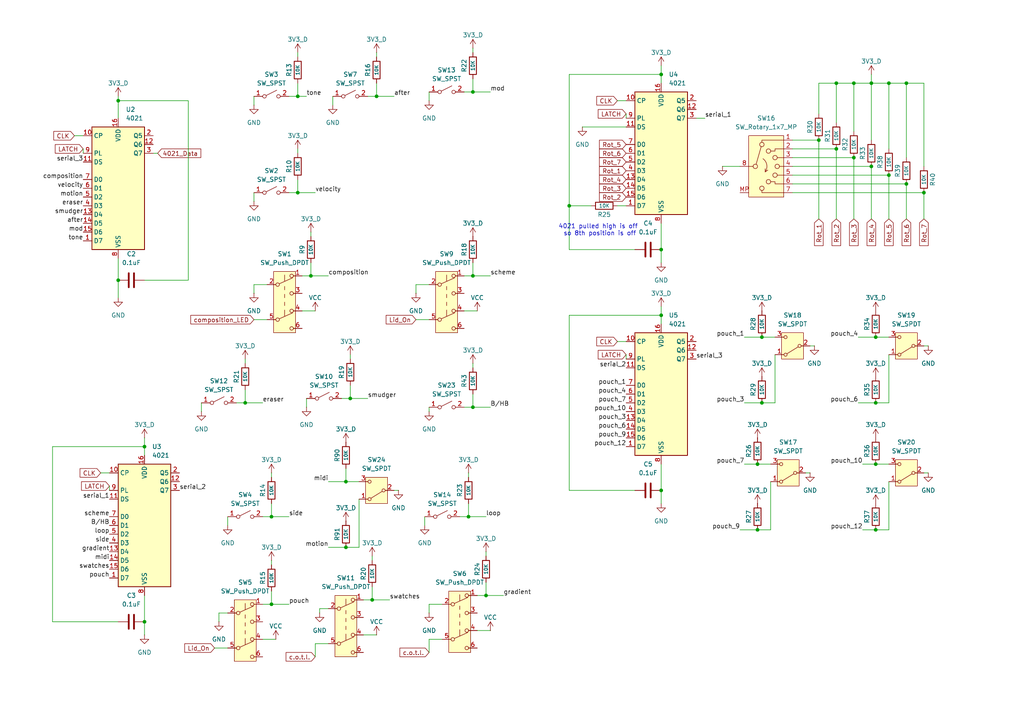
<source format=kicad_sch>
(kicad_sch (version 20231120) (generator "eeschema") (generator_version "8.0")
  (paper "A4")
  (lib_symbols
    (symbol "4xxx:4021"
      (property "Reference" "U" (at -5.08 19.05 0))
      (property "Value" "4021" (at 3.81 19.05 0))
      (symbol "4021_1_1"
        (pin input line (at -10.16 -15.24 0) (length 2.54) (name "D7") (number "1"))
        (pin input line (at -10.16 15.24 0) (length 2.54) (name "CP") (number "10"))
        (pin input line (at -10.16 7.62 0) (length 2.54) (name "DS") (number "11"))
        (pin output line (at 10.16 12.7 180) (length 2.54) (name "Q6") (number "12"))
        (pin input line (at -10.16 -7.62 0) (length 2.54) (name "D4") (number "13"))
        (pin input line (at -10.16 -10.16 0) (length 2.54) (name "D5") (number "14"))
        (pin input line (at -10.16 -12.7 0) (length 2.54) (name "D6") (number "15"))
        (pin power_in line (at 0 20.32 270) (length 2.54) (name "VDD") (number "16"))
        (pin output line (at 10.16 15.24 180) (length 2.54) (name "Q5") (number "2"))
        (pin output line (at 10.16 10.16 180) (length 2.54) (name "Q7") (number "3"))
        (pin input line (at -10.16 -5.08 0) (length 2.54) (name "D3") (number "4"))
        (pin input line (at -10.16 -2.54 0) (length 2.54) (name "D2") (number "5"))
        (pin input line (at -10.16 0 0) (length 2.54) (name "D1") (number "6"))
        (pin input line (at -10.16 2.54 0) (length 2.54) (name "D0") (number "7"))
        (pin power_in line (at 0 -20.32 90) (length 2.54) (name "VSS") (number "8"))
        (pin input line (at -10.16 10.16 0) (length 2.54) (name "PL") (number "9"))
      )
    )
    (symbol "Device:C" (pin_numbers hide) (pin_names (offset 0.254))
      (property "Reference" "C" (at 0.635 2.54 0))
      (property "Value" "C" (at 0.635 -2.54 0))
      (symbol "C_1_1"
        (pin passive line (at 0 3.81 270) (length 2.794) (name "~") (number "1"))
        (pin passive line (at 0 -3.81 90) (length 2.794) (name "~") (number "2"))
      )
    )
    (symbol "Device:R" (pin_numbers hide) (pin_names (offset 0))
      (property "Reference" "R" (at 2.032 0 90))
      (property "Value" "R" (at 0 0 90))
      (symbol "R_1_1"
        (pin passive line (at 0 3.81 270) (length 1.27) (name "~") (number "1"))
        (pin passive line (at 0 -3.81 90) (length 1.27) (name "~") (number "2"))
      )
    )
    (symbol "Switch:SW_Push_DPDT" (pin_names (offset 0) hide)
      (property "Reference" "SW" (at 0 10.16 0))
      (property "Value" "SW_Push_DPDT" (at 0 -10.16 0))
      (symbol "SW_Push_DPDT_1_1"
        (pin passive line (at 5.08 7.62 180) (length 2.54) (name "A") (number "1"))
        (pin passive line (at -5.08 5.08 0) (length 2.54) (name "B") (number "2"))
        (pin passive line (at 5.08 2.54 180) (length 2.54) (name "C") (number "3"))
        (pin passive line (at 5.08 -2.54 180) (length 2.54) (name "A") (number "4"))
        (pin passive line (at -5.08 -5.08 0) (length 2.54) (name "B") (number "5"))
        (pin passive line (at 5.08 -7.62 180) (length 2.54) (name "C") (number "6"))
      )
    )
    (symbol "Switch:SW_Rotary_1x7_MP" (pin_names (offset 0.002) hide)
      (property "Reference" "SW" (at 0 10.16 0))
      (property "Value" "SW_Rotary_1x7_MP" (at 8.89 -10.16 0))
      (symbol "SW_Rotary_1x7_MP_1_1"
        (pin passive line (at 7.62 7.62 180) (length 2.54) (name "") (number "1"))
        (pin passive line (at 7.62 5.08 180) (length 2.54) (name "") (number "2"))
        (pin passive line (at 7.62 2.54 180) (length 2.54) (name "") (number "3"))
        (pin passive line (at 7.62 0 180) (length 2.54) (name "") (number "4"))
        (pin passive line (at 7.62 -2.54 180) (length 2.54) (name "") (number "5"))
        (pin passive line (at 7.62 -5.08 180) (length 2.54) (name "") (number "6"))
        (pin passive line (at 7.62 -7.62 180) (length 2.54) (name "") (number "7"))
        (pin passive line (at -7.62 0 0) (length 2.54) (name "") (number "8"))
        (pin passive line (at -7.62 -7.62 0) (length 2.54) (name "") (number "MP"))
      )
    )
    (symbol "Switch:SW_SPDT" (pin_names (offset 0) hide)
      (property "Reference" "SW" (at 0 5.08 0))
      (property "Value" "SW_SPDT" (at 0 -5.08 0))
      (symbol "SW_SPDT_1_1"
        (pin passive line (at 5.08 2.54 180) (length 2.54) (name "A") (number "1"))
        (pin passive line (at -5.08 0 0) (length 2.54) (name "B") (number "2"))
        (pin passive line (at 5.08 -2.54 180) (length 2.54) (name "C") (number "3"))
      )
    )
    (symbol "Switch:SW_SPST" (pin_names (offset 0) hide)
      (property "Reference" "SW" (at 0 3.175 0))
      (property "Value" "SW_SPST" (at 0 -2.54 0))
      (symbol "SW_SPST_1_1"
        (pin passive line (at -5.08 0 0) (length 2.54) (name "A") (number "1"))
        (pin passive line (at 5.08 0 180) (length 2.54) (name "B") (number "2"))
      )
    )
    (symbol "daisy_seed:3V3_D" (power) (pin_numbers hide) (pin_names (offset 0) hide)
      (property "Value" "3V3_D" (at 0 5.08 0))
      (symbol "3V3_D_0_0"
        (pin power_in line (at 0 0 90) (length 0) (name "~") (number "1"))
      )
    )
    (symbol "power:GND" (power) (pin_numbers hide) (pin_names (offset 0) hide)
      (property "Value" "GND" (at 0 -3.81 0))
      (symbol "GND_1_1"
        (pin power_in line (at 0 0 270) (length 0) (name "~") (number "1"))
      )
    )
  )
  (junction (at 137.16 118.11))
  (junction (at 191.77 91.44))
  (junction (at 86.36 55.88))
  (junction (at 41.91 180.34))
  (junction (at 137.16 26.67))
  (junction (at 41.91 129.54))
  (junction (at 254 116.84))
  (junction (at 247.65 24.13))
  (junction (at 34.29 81.28))
  (junction (at 242.57 24.13))
  (junction (at 237.49 40.64))
  (junction (at 262.89 24.13))
  (junction (at 191.77 21.59))
  (junction (at 34.29 29.21))
  (junction (at 219.71 134.62))
  (junction (at 254 134.62))
  (junction (at 257.81 50.8))
  (junction (at 100.33 158.75))
  (junction (at 101.6 115.57))
  (junction (at 220.98 116.84))
  (junction (at 78.74 149.86))
  (junction (at 252.73 48.26))
  (junction (at 100.33 139.7))
  (junction (at 254 153.67))
  (junction (at 242.57 43.18))
  (junction (at 109.22 27.94))
  (junction (at 78.74 175.26))
  (junction (at 191.77 142.24))
  (junction (at 257.81 24.13))
  (junction (at 165.1 59.69))
  (junction (at 262.89 53.34))
  (junction (at 252.73 24.13))
  (junction (at 86.36 27.94))
  (junction (at 191.77 72.39))
  (junction (at 220.98 97.79))
  (junction (at 71.12 116.84))
  (junction (at 267.97 55.88))
  (junction (at 107.95 173.99))
  (junction (at 135.89 149.86))
  (junction (at 219.71 153.67))
  (junction (at 90.17 80.01))
  (junction (at 140.97 172.72))
  (junction (at 247.65 45.72))
  (junction (at 137.16 80.01))
  (junction (at 254 97.79))
  (wire (pts (xy 257.81 102.87) (xy 257.81 116.84)))
  (wire (pts (xy 257.81 153.67) (xy 254 153.67)))
  (wire (pts (xy 91.44 186.69) (xy 95.25 186.69)))
  (wire (pts (xy 215.9 134.62) (xy 219.71 134.62)))
  (wire (pts (xy 86.36 24.13) (xy 86.36 27.94)))
  (wire (pts (xy 120.65 82.55) (xy 120.65 85.09)))
  (wire (pts (xy 123.19 149.86) (xy 123.19 152.4)))
  (wire (pts (xy 104.14 144.78) (xy 104.14 158.75)))
  (wire (pts (xy 165.1 59.69) (xy 165.1 72.39)))
  (wire (pts (xy 31.75 140.97) (xy 31.75 142.24)))
  (wire (pts (xy 204.47 34.29) (xy 201.93 34.29)))
  (wire (pts (xy 137.16 15.24) (xy 137.16 13.97)))
  (wire (pts (xy 73.66 82.55) (xy 73.66 85.09)))
  (wire (pts (xy 236.22 100.33) (xy 234.95 100.33)))
  (wire (pts (xy 137.16 76.2) (xy 137.16 80.01)))
  (wire (pts (xy 134.62 26.67) (xy 137.16 26.67)))
  (wire (pts (xy 41.91 81.28) (xy 54.61 81.28)))
  (wire (pts (xy 137.16 106.68) (xy 137.16 105.41)))
  (wire (pts (xy 87.63 80.01) (xy 90.17 80.01)))
  (wire (pts (xy 237.49 24.13) (xy 242.57 24.13)))
  (wire (pts (xy 191.77 134.62) (xy 191.77 142.24)))
  (wire (pts (xy 44.45 44.45) (xy 45.72 44.45)))
  (wire (pts (xy 267.97 24.13) (xy 262.89 24.13)))
  (wire (pts (xy 29.21 137.16) (xy 31.75 137.16)))
  (wire (pts (xy 73.66 27.94) (xy 73.66 30.48)))
  (wire (pts (xy 165.1 91.44) (xy 165.1 142.24)))
  (wire (pts (xy 109.22 27.94) (xy 114.3 27.94)))
  (wire (pts (xy 109.22 16.51) (xy 109.22 15.24)))
  (wire (pts (xy 86.36 52.07) (xy 86.36 55.88)))
  (wire (pts (xy 107.95 170.18) (xy 107.95 173.99)))
  (wire (pts (xy 252.73 40.64) (xy 252.73 24.13)))
  (wire (pts (xy 58.42 116.84) (xy 58.42 119.38)))
  (wire (pts (xy 165.1 21.59) (xy 191.77 21.59)))
  (wire (pts (xy 140.97 168.91) (xy 140.97 172.72)))
  (wire (pts (xy 229.87 45.72) (xy 247.65 45.72)))
  (wire (pts (xy 78.74 138.43) (xy 78.74 137.16)))
  (wire (pts (xy 41.91 172.72) (xy 41.91 180.34)))
  (wire (pts (xy 109.22 184.15) (xy 105.41 184.15)))
  (wire (pts (xy 134.62 118.11) (xy 137.16 118.11)))
  (wire (pts (xy 76.2 149.86) (xy 78.74 149.86)))
  (wire (pts (xy 62.23 187.96) (xy 66.04 187.96)))
  (wire (pts (xy 107.95 173.99) (xy 113.03 173.99)))
  (wire (pts (xy 140.97 172.72) (xy 146.05 172.72)))
  (wire (pts (xy 191.77 91.44) (xy 191.77 93.98)))
  (wire (pts (xy 15.24 129.54) (xy 15.24 180.34)))
  (wire (pts (xy 191.77 19.05) (xy 191.77 21.59)))
  (wire (pts (xy 257.81 116.84) (xy 254 116.84)))
  (wire (pts (xy 179.07 29.21) (xy 181.61 29.21)))
  (wire (pts (xy 86.36 44.45) (xy 86.36 43.18)))
  (wire (pts (xy 165.1 21.59) (xy 165.1 59.69)))
  (wire (pts (xy 71.12 113.03) (xy 71.12 116.84)))
  (wire (pts (xy 257.81 43.18) (xy 257.81 24.13)))
  (wire (pts (xy 80.01 185.42) (xy 76.2 185.42)))
  (wire (pts (xy 24.13 43.18) (xy 24.13 44.45)))
  (wire (pts (xy 68.58 116.84) (xy 71.12 116.84)))
  (wire (pts (xy 135.89 149.86) (xy 140.97 149.86)))
  (wire (pts (xy 237.49 40.64) (xy 237.49 63.5)))
  (wire (pts (xy 41.91 127) (xy 41.91 129.54)))
  (wire (pts (xy 124.46 185.42) (xy 128.27 185.42)))
  (wire (pts (xy 34.29 81.28) (xy 34.29 86.36)))
  (wire (pts (xy 269.24 137.16) (xy 267.97 137.16)))
  (wire (pts (xy 86.36 27.94) (xy 88.9 27.94)))
  (wire (pts (xy 181.61 102.87) (xy 181.61 104.14)))
  (wire (pts (xy 179.07 99.06) (xy 181.61 99.06)))
  (wire (pts (xy 223.52 153.67) (xy 219.71 153.67)))
  (wire (pts (xy 191.77 64.77) (xy 191.77 72.39)))
  (wire (pts (xy 78.74 149.86) (xy 83.82 149.86)))
  (wire (pts (xy 191.77 21.59) (xy 191.77 24.13)))
  (wire (pts (xy 86.36 55.88) (xy 91.44 55.88)))
  (wire (pts (xy 138.43 172.72) (xy 140.97 172.72)))
  (wire (pts (xy 215.9 97.79) (xy 220.98 97.79)))
  (wire (pts (xy 137.16 22.86) (xy 137.16 26.67)))
  (wire (pts (xy 63.5 177.8) (xy 66.04 177.8)))
  (wire (pts (xy 252.73 48.26) (xy 252.73 63.5)))
  (wire (pts (xy 101.6 111.76) (xy 101.6 115.57)))
  (wire (pts (xy 184.15 72.39) (xy 165.1 72.39)))
  (wire (pts (xy 135.89 146.05) (xy 135.89 149.86)))
  (wire (pts (xy 95.25 158.75) (xy 100.33 158.75)))
  (wire (pts (xy 262.89 45.72) (xy 262.89 24.13)))
  (wire (pts (xy 78.74 175.26) (xy 83.82 175.26)))
  (wire (pts (xy 250.19 153.67) (xy 254 153.67)))
  (wire (pts (xy 109.22 24.13) (xy 109.22 27.94)))
  (wire (pts (xy 229.87 53.34) (xy 262.89 53.34)))
  (wire (pts (xy 91.44 190.5) (xy 91.44 186.69)))
  (wire (pts (xy 106.68 27.94) (xy 109.22 27.94)))
  (wire (pts (xy 229.87 48.26) (xy 252.73 48.26)))
  (wire (pts (xy 66.04 149.86) (xy 66.04 152.4)))
  (wire (pts (xy 229.87 40.64) (xy 237.49 40.64)))
  (wire (pts (xy 83.82 55.88) (xy 86.36 55.88)))
  (wire (pts (xy 76.2 175.26) (xy 78.74 175.26)))
  (wire (pts (xy 138.43 90.17) (xy 134.62 90.17)))
  (wire (pts (xy 220.98 97.79) (xy 224.79 97.79)))
  (wire (pts (xy 104.14 158.75) (xy 100.33 158.75)))
  (wire (pts (xy 224.79 102.87) (xy 224.79 116.84)))
  (wire (pts (xy 137.16 26.67) (xy 142.24 26.67)))
  (wire (pts (xy 229.87 55.88) (xy 267.97 55.88)))
  (wire (pts (xy 234.95 137.16) (xy 233.68 137.16)))
  (wire (pts (xy 219.71 134.62) (xy 223.52 134.62)))
  (wire (pts (xy 267.97 55.88) (xy 267.97 63.5)))
  (wire (pts (xy 214.63 153.67) (xy 219.71 153.67)))
  (wire (pts (xy 124.46 175.26) (xy 128.27 175.26)))
  (wire (pts (xy 215.9 116.84) (xy 220.98 116.84)))
  (wire (pts (xy 95.25 139.7) (xy 100.33 139.7)))
  (wire (pts (xy 78.74 163.83) (xy 78.74 162.56)))
  (wire (pts (xy 83.82 27.94) (xy 86.36 27.94)))
  (wire (pts (xy 242.57 24.13) (xy 242.57 35.56)))
  (wire (pts (xy 262.89 53.34) (xy 262.89 63.5)))
  (wire (pts (xy 242.57 24.13) (xy 247.65 24.13)))
  (wire (pts (xy 229.87 50.8) (xy 257.81 50.8)))
  (wire (pts (xy 252.73 21.59) (xy 252.73 24.13)))
  (wire (pts (xy 73.66 55.88) (xy 73.66 58.42)))
  (wire (pts (xy 99.06 115.57) (xy 101.6 115.57)))
  (wire (pts (xy 137.16 80.01) (xy 142.24 80.01)))
  (wire (pts (xy 254 134.62) (xy 257.81 134.62)))
  (wire (pts (xy 63.5 177.8) (xy 63.5 180.34)))
  (wire (pts (xy 41.91 180.34) (xy 41.91 184.15)))
  (wire (pts (xy 86.36 16.51) (xy 86.36 15.24)))
  (wire (pts (xy 191.77 72.39) (xy 191.77 76.2)))
  (wire (pts (xy 252.73 24.13) (xy 257.81 24.13)))
  (wire (pts (xy 250.19 134.62) (xy 254 134.62)))
  (wire (pts (xy 120.65 82.55) (xy 124.46 82.55)))
  (wire (pts (xy 100.33 139.7) (xy 104.14 139.7)))
  (wire (pts (xy 267.97 48.26) (xy 267.97 24.13)))
  (wire (pts (xy 165.1 91.44) (xy 191.77 91.44)))
  (wire (pts (xy 135.89 138.43) (xy 135.89 137.16)))
  (wire (pts (xy 34.29 74.93) (xy 34.29 81.28)))
  (wire (pts (xy 115.57 142.24) (xy 114.3 142.24)))
  (wire (pts (xy 137.16 118.11) (xy 142.24 118.11)))
  (wire (pts (xy 237.49 33.02) (xy 237.49 24.13)))
  (wire (pts (xy 101.6 115.57) (xy 106.68 115.57)))
  (wire (pts (xy 124.46 119.38) (xy 124.46 118.11)))
  (wire (pts (xy 120.65 92.71) (xy 124.46 92.71)))
  (wire (pts (xy 124.46 175.26) (xy 124.46 177.8)))
  (wire (pts (xy 73.66 92.71) (xy 77.47 92.71)))
  (wire (pts (xy 191.77 88.9) (xy 191.77 91.44)))
  (wire (pts (xy 140.97 161.29) (xy 140.97 160.02)))
  (wire (pts (xy 78.74 171.45) (xy 78.74 175.26)))
  (wire (pts (xy 71.12 105.41) (xy 71.12 104.14)))
  (wire (pts (xy 181.61 33.02) (xy 181.61 34.29)))
  (wire (pts (xy 15.24 129.54) (xy 41.91 129.54)))
  (wire (pts (xy 257.81 24.13) (xy 262.89 24.13)))
  (wire (pts (xy 54.61 29.21) (xy 34.29 29.21)))
  (wire (pts (xy 224.79 116.84) (xy 220.98 116.84)))
  (wire (pts (xy 223.52 139.7) (xy 223.52 153.67)))
  (wire (pts (xy 100.33 135.89) (xy 100.33 139.7)))
  (wire (pts (xy 184.15 142.24) (xy 165.1 142.24)))
  (wire (pts (xy 242.57 43.18) (xy 242.57 63.5)))
  (wire (pts (xy 92.71 177.8) (xy 92.71 176.53)))
  (wire (pts (xy 209.55 48.26) (xy 214.63 48.26)))
  (wire (pts (xy 90.17 76.2) (xy 90.17 80.01)))
  (wire (pts (xy 137.16 114.3) (xy 137.16 118.11)))
  (wire (pts (xy 134.62 80.01) (xy 137.16 80.01)))
  (wire (pts (xy 247.65 24.13) (xy 252.73 24.13)))
  (wire (pts (xy 71.12 116.84) (xy 76.2 116.84)))
  (wire (pts (xy 254 97.79) (xy 257.81 97.79)))
  (wire (pts (xy 229.87 43.18) (xy 242.57 43.18)))
  (wire (pts (xy 21.59 39.37) (xy 24.13 39.37)))
  (wire (pts (xy 96.52 27.94) (xy 96.52 30.48)))
  (wire (pts (xy 257.81 50.8) (xy 257.81 63.5)))
  (wire (pts (xy 34.29 29.21) (xy 34.29 34.29)))
  (wire (pts (xy 105.41 173.99) (xy 107.95 173.99)))
  (wire (pts (xy 107.95 162.56) (xy 107.95 161.29)))
  (wire (pts (xy 124.46 189.23) (xy 124.46 185.42)))
  (wire (pts (xy 133.35 149.86) (xy 135.89 149.86)))
  (wire (pts (xy 54.61 81.28) (xy 54.61 29.21)))
  (wire (pts (xy 247.65 45.72) (xy 247.65 63.5)))
  (wire (pts (xy 91.44 90.17) (xy 87.63 90.17)))
  (wire (pts (xy 92.71 176.53) (xy 95.25 176.53)))
  (wire (pts (xy 124.46 26.67) (xy 124.46 29.21)))
  (wire (pts (xy 257.81 139.7) (xy 257.81 153.67)))
  (wire (pts (xy 78.74 146.05) (xy 78.74 149.86)))
  (wire (pts (xy 179.07 59.69) (xy 181.61 59.69)))
  (wire (pts (xy 88.9 115.57) (xy 88.9 118.11)))
  (wire (pts (xy 34.29 27.94) (xy 34.29 29.21)))
  (wire (pts (xy 142.24 182.88) (xy 138.43 182.88)))
  (wire (pts (xy 248.92 116.84) (xy 254 116.84)))
  (wire (pts (xy 73.66 82.55) (xy 77.47 82.55)))
  (wire (pts (xy 247.65 38.1) (xy 247.65 24.13)))
  (wire (pts (xy 101.6 104.14) (xy 101.6 102.87)))
  (wire (pts (xy 34.29 180.34) (xy 15.24 180.34)))
  (wire (pts (xy 191.77 142.24) (xy 191.77 146.05)))
  (wire (pts (xy 41.91 129.54) (xy 41.91 132.08)))
  (wire (pts (xy 165.1 59.69) (xy 171.45 59.69)))
  (wire (pts (xy 90.17 68.58) (xy 90.17 67.31)))
  (wire (pts (xy 168.91 36.83) (xy 181.61 36.83)))
  (wire (pts (xy 248.92 97.79) (xy 254 97.79)))
  (wire (pts (xy 90.17 80.01) (xy 95.25 80.01)))
  (wire (pts (xy 269.24 100.33) (xy 267.97 100.33)))
  (text "4021 pulled high is off \nso 8th position is off" (at 173.99 66.802 0) (effects (font (size 1.27 1.27))))
  (label "motion" (at 95.25 158.75 180))
  (label "loop" (at 31.75 154.94 180))
  (label "eraser" (at 76.2 116.84 0))
  (label "pouch" (at 31.75 167.64 180))
  (label "velocity" (at 91.44 55.88 0))
  (label "scheme" (at 142.24 80.01 0))
  (label "gradient" (at 31.75 160.02 180))
  (label "pouch_1" (at 181.61 111.76 180))
  (label "B{slash}HB" (at 31.75 152.4 180))
  (label "serial_2" (at 181.61 106.68 180))
  (label "pouch_12" (at 250.19 153.67 180))
  (label "midi" (at 31.75 162.56 180))
  (label "serial_2" (at 52.07 142.24 0))
  (label "pouch_1" (at 215.9 97.79 180))
  (label "pouch_9" (at 214.63 153.67 180))
  (label "gradient" (at 146.05 172.72 0))
  (label "after" (at 114.3 27.94 0))
  (label "composition" (at 95.25 80.01 0))
  (label "pouch_12" (at 181.61 129.54 180))
  (label "pouch_9" (at 181.61 127 180))
  (label "after" (at 24.13 64.77 180))
  (label "swatches" (at 31.75 165.1 180))
  (label "pouch_7" (at 181.61 116.84 180))
  (label "pouch_3" (at 181.61 121.92 180))
  (label "pouch" (at 83.82 175.26 0))
  (label "pouch_6" (at 181.61 124.46 180))
  (label "eraser" (at 24.13 59.69 180))
  (label "B{slash}HB" (at 142.24 118.11 0))
  (label "side" (at 83.82 149.86 0))
  (label "swatches" (at 113.03 173.99 0))
  (label "mod" (at 24.13 67.31 180))
  (label "composition" (at 24.13 52.07 180))
  (label "pouch_6" (at 248.92 116.84 180))
  (label "smudger" (at 106.68 115.57 0))
  (label "motion" (at 24.13 57.15 180))
  (label "pouch_10" (at 250.19 134.62 180))
  (label "pouch_7" (at 215.9 134.62 180))
  (label "pouch_4" (at 181.61 114.3 180))
  (label "smudger" (at 24.13 62.23 180))
  (label "serial_3" (at 201.93 104.14 0))
  (label "midi" (at 95.25 139.7 180))
  (label "velocity" (at 24.13 54.61 180))
  (label "serial_3" (at 24.13 46.99 180))
  (label "tone" (at 24.13 69.85 180))
  (label "mod" (at 142.24 26.67 0))
  (label "serial_1" (at 204.47 34.29 0))
  (label "side" (at 31.75 157.48 180))
  (label "pouch_3" (at 215.9 116.84 180))
  (label "pouch_4" (at 248.92 97.79 180))
  (label "tone" (at 88.9 27.94 0))
  (label "loop" (at 140.97 149.86 0))
  (label "scheme" (at 31.75 149.86 180))
  (label "pouch_10" (at 181.61 119.38 180))
  (label "serial_1" (at 31.75 144.78 180))
  (global_label "Rot_7" (shape input) (at 181.61 46.99 180) (property "Intersheetrefs" "${INTERSHEET_REFS}" (effects (hide yes))))
  (global_label "Rot_1" (shape input) (at 181.61 49.53 180) (property "Intersheetrefs" "${INTERSHEET_REFS}" (effects (hide yes))))
  (global_label "Rot_2" (shape input) (at 181.61 57.15 180) (property "Intersheetrefs" "${INTERSHEET_REFS}" (effects (hide yes))))
  (global_label "LATCH" (shape input) (at 181.61 102.87 180) (property "Intersheetrefs" "${INTERSHEET_REFS}" (effects (hide yes))))
  (global_label "LATCH" (shape input) (at 24.13 43.18 180) (property "Intersheetrefs" "${INTERSHEET_REFS}" (effects (hide yes))))
  (global_label "Rot_4" (shape input) (at 252.73 63.5 270) (property "Intersheetrefs" "${INTERSHEET_REFS}" (effects (hide yes))))
  (global_label "CLK" (shape input) (at 21.59 39.37 180) (property "Intersheetrefs" "${INTERSHEET_REFS}" (effects (hide yes))))
  (global_label "Rot_2" (shape input) (at 242.57 63.5 270) (property "Intersheetrefs" "${INTERSHEET_REFS}" (effects (hide yes))))
  (global_label "4021_Data" (shape input) (at 45.72 44.45 0) (property "Intersheetrefs" "${INTERSHEET_REFS}" (effects (hide yes))))
  (global_label "Rot_3" (shape input) (at 247.65 63.5 270) (property "Intersheetrefs" "${INTERSHEET_REFS}" (effects (hide yes))))
  (global_label "c.o.t.l." (shape input) (at 91.44 190.5 180) (property "Intersheetrefs" "${INTERSHEET_REFS}" (effects (hide yes))))
  (global_label "LATCH" (shape input) (at 181.61 33.02 180) (property "Intersheetrefs" "${INTERSHEET_REFS}" (effects (hide yes))))
  (global_label "Lid_On" (shape input) (at 62.23 187.96 180) (property "Intersheetrefs" "${INTERSHEET_REFS}" (effects (hide yes))))
  (global_label "Rot_5" (shape input) (at 257.81 63.5 270) (property "Intersheetrefs" "${INTERSHEET_REFS}" (effects (hide yes))))
  (global_label "Rot_7" (shape input) (at 267.97 63.5 270) (property "Intersheetrefs" "${INTERSHEET_REFS}" (effects (hide yes))))
  (global_label "Rot_6" (shape input) (at 181.61 44.45 180) (property "Intersheetrefs" "${INTERSHEET_REFS}" (effects (hide yes))))
  (global_label "Rot_6" (shape input) (at 262.89 63.5 270) (property "Intersheetrefs" "${INTERSHEET_REFS}" (effects (hide yes))))
  (global_label "CLK" (shape input) (at 179.07 99.06 180) (property "Intersheetrefs" "${INTERSHEET_REFS}" (effects (hide yes))))
  (global_label "Lid_On" (shape input) (at 120.65 92.71 180) (property "Intersheetrefs" "${INTERSHEET_REFS}" (effects (hide yes))))
  (global_label "Rot_3" (shape input) (at 181.61 54.61 180) (property "Intersheetrefs" "${INTERSHEET_REFS}" (effects (hide yes))))
  (global_label "composition_LED" (shape input) (at 73.66 92.71 180) (property "Intersheetrefs" "${INTERSHEET_REFS}" (effects (hide yes))))
  (global_label "CLK" (shape input) (at 179.07 29.21 180) (property "Intersheetrefs" "${INTERSHEET_REFS}" (effects (hide yes))))
  (global_label "Rot_1" (shape input) (at 237.49 63.5 270) (property "Intersheetrefs" "${INTERSHEET_REFS}" (effects (hide yes))))
  (global_label "c.o.t.l." (shape input) (at 124.46 189.23 180) (property "Intersheetrefs" "${INTERSHEET_REFS}" (effects (hide yes))))
  (global_label "Rot_5" (shape input) (at 181.61 41.91 180) (property "Intersheetrefs" "${INTERSHEET_REFS}" (effects (hide yes))))
  (global_label "LATCH" (shape input) (at 31.75 140.97 180) (property "Intersheetrefs" "${INTERSHEET_REFS}" (effects (hide yes))))
  (global_label "Rot_4" (shape input) (at 181.61 52.07 180) (property "Intersheetrefs" "${INTERSHEET_REFS}" (effects (hide yes))))
  (global_label "CLK" (shape input) (at 29.21 137.16 180) (property "Intersheetrefs" "${INTERSHEET_REFS}" (effects (hide yes))))
  (symbol (lib_id "daisy_seed:3V3_D") (at 86.36 15.24 0) (unit 1)
    (property "Reference" "#PWR022" (effects (hide yes)))
    (property "Value" "3V3_D" (at 86.36 11.43 0))
    (property "Description" "Power symbol creates a global label with name \"3V3_D\"" (effects (hide yes)))
  )
  (symbol (lib_id "Device:R") (at 78.74 142.24 180) (unit 1)
    (property "Reference" "R14" (at 76.2 142.24 90))
    (property "Value" "10K" (at 78.74 142.24 90) (effects (font (size 1.016 1.016))))
    (property "Footprint" "Resistor_SMD:R_0603_1608Metric" (effects (hide yes)))
    (property "Description" "Resistor" (effects (hide yes)))
  )
  (symbol (lib_id "daisy_seed:3V3_D") (at 220.98 109.22 0) (unit 1)
    (property "Reference" "#PWR058" (effects (hide yes)))
    (property "Value" "3V3_D" (at 220.98 105.41 0))
    (property "Description" "Power symbol creates a global label with name \"3V3_D\"" (effects (hide yes)))
  )
  (symbol (lib_id "power:GND") (at 73.66 58.42 0) (unit 1)
    (property "Reference" "#PWR018" (effects (hide yes)))
    (property "Value" "GND" (at 73.66 63.5 0))
    (property "Description" "Power symbol creates a global label with name \"GND\" , ground" (effects (hide yes)))
  )
  (symbol (lib_id "Device:R") (at 137.16 72.39 180) (unit 1)
    (property "Reference" "R18" (at 134.62 72.39 90))
    (property "Value" "10K" (at 137.16 72.39 90) (effects (font (size 1.016 1.016))))
    (property "Footprint" "Resistor_SMD:R_0603_1608Metric" (effects (hide yes)))
    (property "Description" "Resistor" (effects (hide yes)))
  )
  (symbol (lib_id "daisy_seed:3V3_D") (at 109.22 184.15 0) (unit 1)
    (property "Reference" "#PWR0128" (effects (hide yes)))
    (property "Value" "VCC" (at 109.22 180.34 0))
  )
  (symbol (lib_id "Device:R") (at 107.95 166.37 180) (unit 1)
    (property "Reference" "R20" (at 105.41 166.37 90))
    (property "Value" "10K" (at 107.95 166.37 90) (effects (font (size 1.016 1.016))))
    (property "Footprint" "Resistor_SMD:R_0603_1608Metric" (effects (hide yes)))
    (property "Description" "Resistor" (effects (hide yes)))
  )
  (symbol (lib_id "Device:R") (at 257.81 46.99 180) (unit 1)
    (property "Reference" "R38" (at 255.27 46.99 90))
    (property "Value" "10K" (at 257.81 46.99 90) (effects (font (size 1.016 1.016))))
    (property "Footprint" "Resistor_SMD:R_0603_1608Metric" (effects (hide yes)))
    (property "Description" "Resistor" (effects (hide yes)))
  )
  (symbol (lib_id "Switch:SW_SPDT") (at 229.87 100.33 180) (unit 1)
    (property "Reference" "SW18" (at 229.87 91.44 0))
    (property "Value" "SW_SPDT" (at 229.87 93.98 0))
    (property "Footprint" "soundpad_library:Toggle SPDT Prongs" (effects (hide yes)))
    (property "Description" "Switch, single pole double throw" (effects (hide yes)))
  )
  (symbol (lib_id "power:GND") (at 96.52 30.48 0) (unit 1)
    (property "Reference" "#PWR029" (effects (hide yes)))
    (property "Value" "GND" (at 96.52 35.56 0))
    (property "Description" "Power symbol creates a global label with name \"GND\" , ground" (effects (hide yes)))
  )
  (symbol (lib_id "Device:C") (at 187.96 142.24 270) (unit 1)
    (property "Reference" "C5" (at 187.96 134.62 90))
    (property "Value" "0.1uF" (at 187.96 137.16 90))
    (property "Footprint" "Capacitor_SMD:C_0402_1005Metric" (effects (hide yes)))
    (property "Description" "Unpolarized capacitor" (effects (hide yes)))
    (property "LCSC" "C1525" (effects (hide yes)))
  )
  (symbol (lib_id "Device:R") (at 252.73 44.45 180) (unit 1)
    (property "Reference" "R33" (at 250.19 44.45 90))
    (property "Value" "10K" (at 252.73 44.45 90) (effects (font (size 1.016 1.016))))
    (property "Footprint" "Resistor_SMD:R_0603_1608Metric" (effects (hide yes)))
    (property "Description" "Resistor" (effects (hide yes)))
  )
  (symbol (lib_id "Device:R") (at 100.33 154.94 180) (unit 1)
    (property "Reference" "R91" (at 97.79 154.94 90))
    (property "Value" "10K" (at 100.33 154.94 90) (effects (font (size 1.016 1.016))))
    (property "Footprint" "Resistor_SMD:R_0603_1608Metric" (effects (hide yes)))
    (property "Description" "Resistor" (effects (hide yes)))
  )
  (symbol (lib_id "4xxx:4021") (at 34.29 54.61 0) (unit 1)
    (property "Reference" "U2" (at 36.4841 31.75 0) (effects (justify left)))
    (property "Value" "4021" (at 36.4841 34.29 0) (effects (justify left)))
    (property "Footprint" "Package_SO:SOIC-16W_5.3x10.2mm_P1.27mm" (effects (hide yes)))
    (property "Datasheet" "https://assets.nexperia.com/documents/data-sheet/HEF4021B.pdf" (effects (hide yes)))
    (property "Description" "8-bit static shift register" (effects (hide yes)))
    (property "LCSC" "C2865601" (effects (hide yes)))
  )
  (symbol (lib_id "Device:R") (at 237.49 36.83 180) (unit 1)
    (property "Reference" "R30" (at 234.95 36.83 90))
    (property "Value" "10K" (at 237.49 36.83 90) (effects (font (size 1.016 1.016))))
    (property "Footprint" "Resistor_SMD:R_0603_1608Metric" (effects (hide yes)))
    (property "Description" "Resistor" (effects (hide yes)))
  )
  (symbol (lib_id "4xxx:4021") (at 41.91 152.4 0) (unit 1)
    (property "Reference" "U3" (at 44.1041 129.54 0) (effects (justify left)))
    (property "Value" "4021" (at 44.1041 132.08 0) (effects (justify left)))
    (property "Footprint" "Package_SO:SOIC-16W_5.3x10.2mm_P1.27mm" (effects (hide yes)))
    (property "Datasheet" "https://assets.nexperia.com/documents/data-sheet/HEF4021B.pdf" (effects (hide yes)))
    (property "Description" "8-bit static shift register" (effects (hide yes)))
    (property "LCSC" "C2865601" (effects (hide yes)))
  )
  (symbol (lib_id "power:GND") (at 123.19 152.4 0) (unit 1)
    (property "Reference" "#PWR042" (effects (hide yes)))
    (property "Value" "GND" (at 123.19 157.48 0))
    (property "Description" "Power symbol creates a global label with name \"GND\" , ground" (effects (hide yes)))
  )
  (symbol (lib_id "Device:R") (at 220.98 93.98 180) (unit 1)
    (property "Reference" "R28" (at 218.44 93.98 90))
    (property "Value" "10K" (at 220.98 93.98 90) (effects (font (size 1.016 1.016))))
    (property "Footprint" "Resistor_SMD:R_0603_1608Metric" (effects (hide yes)))
    (property "Description" "Resistor" (effects (hide yes)))
  )
  (symbol (lib_id "Switch:SW_Push_DPDT") (at 100.33 181.61 0) (unit 1)
    (property "Reference" "SW11" (at 100.33 167.64 0))
    (property "Value" "SW_Push_DPDT" (at 100.33 170.18 0))
    (property "Footprint" "switches:Low-Profile_Push_Button" (effects (hide yes)))
    (property "Description" "Momentary Switch, dual pole double throw" (effects (hide yes)))
  )
  (symbol (lib_id "Device:R") (at 71.12 109.22 180) (unit 1)
    (property "Reference" "R21" (at 68.58 109.22 90))
    (property "Value" "10K" (at 71.12 109.22 90) (effects (font (size 1.016 1.016))))
    (property "Footprint" "Resistor_SMD:R_0603_1608Metric" (effects (hide yes)))
    (property "Description" "Resistor" (effects (hide yes)))
  )
  (symbol (lib_id "Switch:SW_SPDT") (at 262.89 137.16 180) (unit 1)
    (property "Reference" "SW20" (at 262.89 128.27 0))
    (property "Value" "SW_SPDT" (at 262.89 130.81 0))
    (property "Footprint" "soundpad_library:Toggle SPDT Prongs" (effects (hide yes)))
    (property "Description" "Switch, single pole double throw" (effects (hide yes)))
  )
  (symbol (lib_id "Switch:SW_SPDT") (at 109.22 142.24 180) (unit 1)
    (property "Reference" "SW24" (at 109.22 133.35 0))
    (property "Value" "SW_SPDT" (at 109.22 135.89 0))
    (property "Footprint" "soundpad_library:Toggle SPDT Prongs" (effects (hide yes)))
    (property "Description" "Switch, single pole double throw" (effects (hide yes)))
  )
  (symbol (lib_id "daisy_seed:3V3_D") (at 254 127 0) (unit 1)
    (property "Reference" "#PWR056" (effects (hide yes)))
    (property "Value" "3V3_D" (at 254 123.19 0))
    (property "Description" "Power symbol creates a global label with name \"3V3_D\"" (effects (hide yes)))
  )
  (symbol (lib_id "Switch:SW_Push_DPDT") (at 129.54 87.63 0) (unit 1)
    (property "Reference" "SW9" (at 129.54 73.66 0))
    (property "Value" "SW_Push_DPDT" (at 129.54 76.2 0))
    (property "Footprint" "switches:Low-Profile_Push_Button" (effects (hide yes)))
    (property "Description" "Momentary Switch, dual pole double throw" (effects (hide yes)))
  )
  (symbol (lib_id "power:GND") (at 269.24 100.33 0) (unit 1)
    (property "Reference" "#PWR066" (effects (hide yes)))
    (property "Value" "GND" (at 269.24 105.41 0))
    (property "Description" "Power symbol creates a global label with name \"GND\" , ground" (effects (hide yes)))
  )
  (symbol (lib_id "daisy_seed:3V3_D") (at 140.97 160.02 0) (unit 1)
    (property "Reference" "#PWR048" (effects (hide yes)))
    (property "Value" "3V3_D" (at 140.97 156.21 0))
    (property "Description" "Power symbol creates a global label with name \"3V3_D\"" (effects (hide yes)))
  )
  (symbol (lib_id "Device:R") (at 254 113.03 180) (unit 1)
    (property "Reference" "R35" (at 251.46 113.03 90))
    (property "Value" "10K" (at 254 113.03 90) (effects (font (size 1.016 1.016))))
    (property "Footprint" "Resistor_SMD:R_0603_1608Metric" (effects (hide yes)))
    (property "Description" "Resistor" (effects (hide yes)))
  )
  (symbol (lib_id "daisy_seed:3V3_D") (at 71.12 104.14 0) (unit 1)
    (property "Reference" "#PWR038" (effects (hide yes)))
    (property "Value" "3V3_D" (at 71.12 100.33 0))
    (property "Description" "Power symbol creates a global label with name \"3V3_D\"" (effects (hide yes)))
  )
  (symbol (lib_id "Device:R") (at 175.26 59.69 270) (unit 1)
    (property "Reference" "R25" (at 175.26 62.23 90))
    (property "Value" "10K" (at 175.26 59.69 90) (effects (font (size 1.016 1.016))))
    (property "Footprint" "Resistor_SMD:R_0603_1608Metric" (effects (hide yes)))
    (property "Description" "Resistor" (effects (hide yes)))
  )
  (symbol (lib_id "power:GND") (at 92.71 177.8 0) (unit 1)
    (property "Reference" "#PWR034" (effects (hide yes)))
    (property "Value" "GND" (at 92.71 182.88 0))
    (property "Description" "Power symbol creates a global label with name \"GND\" , ground" (effects (hide yes)))
  )
  (symbol (lib_id "Device:R") (at 135.89 142.24 180) (unit 1)
    (property "Reference" "R23" (at 133.35 142.24 90))
    (property "Value" "10K" (at 135.89 142.24 90) (effects (font (size 1.016 1.016))))
    (property "Footprint" "Resistor_SMD:R_0603_1608Metric" (effects (hide yes)))
    (property "Description" "Resistor" (effects (hide yes)))
  )
  (symbol (lib_id "Switch:SW_Rotary_1x7_MP") (at 222.25 48.26 0) (unit 1)
    (property "Reference" "SW16" (at 222.25 34.29 0))
    (property "Value" "SW_Rotary_1x7_MP" (at 222.25 36.83 0))
    (property "Footprint" "switches:RT Switch 8 Pole" (effects (hide yes)))
    (property "Description" "Rotary switch 1x7, SP7T with mount point" (effects (hide yes)))
  )
  (symbol (lib_id "daisy_seed:3V3_D") (at 91.44 90.17 0) (unit 1)
    (property "Reference" "#PWR0134" (effects (hide yes)))
    (property "Value" "VCC" (at 91.44 86.36 0))
  )
  (symbol (lib_id "Device:R") (at 140.97 165.1 180) (unit 1)
    (property "Reference" "R24" (at 138.43 165.1 90))
    (property "Value" "10K" (at 140.97 165.1 90) (effects (font (size 1.016 1.016))))
    (property "Footprint" "Resistor_SMD:R_0603_1608Metric" (effects (hide yes)))
    (property "Description" "Resistor" (effects (hide yes)))
  )
  (symbol (lib_id "daisy_seed:3V3_D") (at 137.16 68.58 0) (unit 1)
    (property "Reference" "#PWR035" (effects (hide yes)))
    (property "Value" "3V3_D" (at 137.16 64.77 0))
    (property "Description" "Power symbol creates a global label with name \"3V3_D\"" (effects (hide yes)))
  )
  (symbol (lib_id "power:GND") (at 120.65 85.09 0) (unit 1)
    (property "Reference" "#PWR031" (effects (hide yes)))
    (property "Value" "GND" (at 120.65 90.17 0))
    (property "Description" "Power symbol creates a global label with name \"GND\" , ground" (effects (hide yes)))
  )
  (symbol (lib_id "power:GND") (at 124.46 119.38 0) (unit 1)
    (property "Reference" "#PWR024" (effects (hide yes)))
    (property "Value" "GND" (at 124.46 124.46 0))
    (property "Description" "Power symbol creates a global label with name \"GND\" , ground" (effects (hide yes)))
  )
  (symbol (lib_id "daisy_seed:3V3_D") (at 191.77 88.9 0) (unit 1)
    (property "Reference" "#PWR015" (effects (hide yes)))
    (property "Value" "3V3_D" (at 191.77 85.09 0))
    (property "Description" "Power symbol creates a global label with name \"3V3_D\"" (effects (hide yes)))
  )
  (symbol (lib_id "daisy_seed:3V3_D") (at 34.29 27.94 0) (unit 1)
    (property "Reference" "#PWR036" (effects (hide yes)))
    (property "Value" "3V3_D" (at 34.29 24.13 0))
    (property "Description" "Power symbol creates a global label with name \"3V3_D\"" (effects (hide yes)))
  )
  (symbol (lib_id "power:GND") (at 88.9 118.11 0) (unit 1)
    (property "Reference" "#PWR033" (effects (hide yes)))
    (property "Value" "GND" (at 88.9 123.19 0))
    (property "Description" "Power symbol creates a global label with name \"GND\" , ground" (effects (hide yes)))
  )
  (symbol (lib_id "power:GND") (at 115.57 142.24 0) (unit 1)
    (property "Reference" "#PWR0142" (effects (hide yes)))
    (property "Value" "GND" (at 115.57 147.32 0))
    (property "Description" "Power symbol creates a global label with name \"GND\" , ground" (effects (hide yes)))
  )
  (symbol (lib_id "daisy_seed:3V3_D") (at 219.71 146.05 0) (unit 1)
    (property "Reference" "#PWR052" (effects (hide yes)))
    (property "Value" "3V3_D" (at 219.71 142.24 0))
    (property "Description" "Power symbol creates a global label with name \"3V3_D\"" (effects (hide yes)))
  )
  (symbol (lib_id "Device:R") (at 254 130.81 180) (unit 1)
    (property "Reference" "R36" (at 251.46 130.81 90))
    (property "Value" "10K" (at 254 130.81 90) (effects (font (size 1.016 1.016))))
    (property "Footprint" "Resistor_SMD:R_0603_1608Metric" (effects (hide yes)))
    (property "Description" "Resistor" (effects (hide yes)))
  )
  (symbol (lib_id "Device:C") (at 187.96 72.39 270) (unit 1)
    (property "Reference" "C4" (at 187.96 64.77 90))
    (property "Value" "0.1uF" (at 187.96 67.31 90))
    (property "Footprint" "Capacitor_SMD:C_0402_1005Metric" (effects (hide yes)))
    (property "Description" "Unpolarized capacitor" (effects (hide yes)))
    (property "LCSC" "C1525" (effects (hide yes)))
  )
  (symbol (lib_id "daisy_seed:3V3_D") (at 41.91 127 0) (unit 1)
    (property "Reference" "#PWR013" (effects (hide yes)))
    (property "Value" "3V3_D" (at 41.91 123.19 0))
    (property "Description" "Power symbol creates a global label with name \"3V3_D\"" (effects (hide yes)))
  )
  (symbol (lib_id "Device:R") (at 219.71 130.81 180) (unit 1)
    (property "Reference" "R26" (at 217.17 130.81 90))
    (property "Value" "10K" (at 219.71 130.81 90) (effects (font (size 1.016 1.016))))
    (property "Footprint" "Resistor_SMD:R_0603_1608Metric" (effects (hide yes)))
    (property "Description" "Resistor" (effects (hide yes)))
  )
  (symbol (lib_id "Switch:SW_SPDT") (at 228.6 137.16 180) (unit 1)
    (property "Reference" "SW17" (at 228.6 128.27 0))
    (property "Value" "SW_SPDT" (at 228.6 130.81 0))
    (property "Footprint" "soundpad_library:Toggle SPDT Prongs" (effects (hide yes)))
    (property "Description" "Switch, single pole double throw" (effects (hide yes)))
  )
  (symbol (lib_id "Device:C") (at 38.1 81.28 270) (unit 1)
    (property "Reference" "C2" (at 38.1 73.66 90))
    (property "Value" "0.1uF" (at 38.1 76.2 90))
    (property "Footprint" "Capacitor_SMD:C_0402_1005Metric" (effects (hide yes)))
    (property "Description" "Unpolarized capacitor" (effects (hide yes)))
    (property "LCSC" "C1525" (effects (hide yes)))
  )
  (symbol (lib_id "Device:R") (at 86.36 48.26 180) (unit 1)
    (property "Reference" "R10" (at 83.82 48.26 90))
    (property "Value" "10K" (at 86.36 48.26 90) (effects (font (size 1.016 1.016))))
    (property "Footprint" "Resistor_SMD:R_0603_1608Metric" (effects (hide yes)))
    (property "Description" "Resistor" (effects (hide yes)))
  )
  (symbol (lib_id "Switch:SW_SPST") (at 128.27 149.86 0) (unit 1)
    (property "Reference" "SW14" (at 128.27 143.51 0))
    (property "Value" "SW_SPST" (at 128.27 146.05 0))
    (property "Footprint" "switches:Low-Profile_Push_Button" (effects (hide yes)))
    (property "Description" "Single Pole Single Throw (SPST) switch" (effects (hide yes)))
  )
  (symbol (lib_id "daisy_seed:3V3_D") (at 90.17 67.31 0) (unit 1)
    (property "Reference" "#PWR028" (effects (hide yes)))
    (property "Value" "3V3_D" (at 90.17 63.5 0))
    (property "Description" "Power symbol creates a global label with name \"3V3_D\"" (effects (hide yes)))
  )
  (symbol (lib_id "Device:R") (at 109.22 20.32 180) (unit 1)
    (property "Reference" "R16" (at 106.68 20.32 90))
    (property "Value" "10K" (at 109.22 20.32 90) (effects (font (size 1.016 1.016))))
    (property "Footprint" "Resistor_SMD:R_0603_1608Metric" (effects (hide yes)))
    (property "Description" "Resistor" (effects (hide yes)))
  )
  (symbol (lib_id "Switch:SW_SPST") (at 93.98 115.57 0) (unit 1)
    (property "Reference" "SW10" (at 93.98 109.22 0))
    (property "Value" "SW_SPST" (at 93.98 111.76 0))
    (property "Footprint" "switches:Low-Profile_Push_Button" (effects (hide yes)))
    (property "Description" "Single Pole Single Throw (SPST) switch" (effects (hide yes)))
  )
  (symbol (lib_id "daisy_seed:3V3_D") (at 100.33 128.27 0) (unit 1)
    (property "Reference" "#PWR044" (effects (hide yes)))
    (property "Value" "3V3_D" (at 100.33 124.46 0))
    (property "Description" "Power symbol creates a global label with name \"3V3_D\"" (effects (hide yes)))
  )
  (symbol (lib_id "daisy_seed:3V3_D") (at 252.73 21.59 0) (unit 1)
    (property "Reference" "#PWR061" (effects (hide yes)))
    (property "Value" "3V3_D" (at 252.73 17.78 0))
    (property "Description" "Power symbol creates a global label with name \"3V3_D\"" (effects (hide yes)))
  )
  (symbol (lib_id "power:GND") (at 236.22 100.33 0) (unit 1)
    (property "Reference" "#PWR060" (effects (hide yes)))
    (property "Value" "GND" (at 236.22 105.41 0))
    (property "Description" "Power symbol creates a global label with name \"GND\" , ground" (effects (hide yes)))
  )
  (symbol (lib_id "power:GND") (at 269.24 137.16 0) (unit 1)
    (property "Reference" "#PWR067" (effects (hide yes)))
    (property "Value" "GND" (at 269.24 142.24 0))
    (property "Description" "Power symbol creates a global label with name \"GND\" , ground" (effects (hide yes)))
  )
  (symbol (lib_id "Device:R") (at 262.89 49.53 180) (unit 1)
    (property "Reference" "R39" (at 260.35 49.53 90))
    (property "Value" "10K" (at 262.89 49.53 90) (effects (font (size 1.016 1.016))))
    (property "Footprint" "Resistor_SMD:R_0603_1608Metric" (effects (hide yes)))
    (property "Description" "Resistor" (effects (hide yes)))
  )
  (symbol (lib_id "daisy_seed:3V3_D") (at 107.95 161.29 0) (unit 1)
    (property "Reference" "#PWR050" (effects (hide yes)))
    (property "Value" "3V3_D" (at 107.95 157.48 0))
    (property "Description" "Power symbol creates a global label with name \"3V3_D\"" (effects (hide yes)))
  )
  (symbol (lib_id "daisy_seed:3V3_D") (at 78.74 137.16 0) (unit 1)
    (property "Reference" "#PWR046" (effects (hide yes)))
    (property "Value" "3V3_D" (at 78.74 133.35 0))
    (property "Description" "Power symbol creates a global label with name \"3V3_D\"" (effects (hide yes)))
  )
  (symbol (lib_id "daisy_seed:3V3_D") (at 254 109.22 0) (unit 1)
    (property "Reference" "#PWR062" (effects (hide yes)))
    (property "Value" "3V3_D" (at 254 105.41 0))
    (property "Description" "Power symbol creates a global label with name \"3V3_D\"" (effects (hide yes)))
  )
  (symbol (lib_id "power:GND") (at 73.66 85.09 0) (unit 1)
    (property "Reference" "#PWR0133" (effects (hide yes)))
    (property "Value" "GND" (at 73.66 90.17 0))
    (property "Description" "Power symbol creates a global label with name \"GND\" , ground" (effects (hide yes)))
  )
  (symbol (lib_id "power:GND") (at 124.46 29.21 0) (unit 1)
    (property "Reference" "#PWR041" (effects (hide yes)))
    (property "Value" "GND" (at 124.46 34.29 0))
    (property "Description" "Power symbol creates a global label with name \"GND\" , ground" (effects (hide yes)))
  )
  (symbol (lib_id "Switch:SW_SPST") (at 129.54 118.11 0) (unit 1)
    (property "Reference" "SW23" (at 129.54 111.76 0))
    (property "Value" "SW_SPST" (at 129.54 114.3 0))
    (property "Footprint" "soundpad_library:Toggle SPST Prongs" (effects (hide yes)))
    (property "Description" "Single Pole Single Throw (SPST) switch" (effects (hide yes)))
  )
  (symbol (lib_id "Switch:SW_SPST") (at 78.74 55.88 0) (unit 1)
    (property "Reference" "SW2" (at 78.74 49.53 0))
    (property "Value" "SW_SPST" (at 78.74 52.07 0))
    (property "Footprint" "switches:Low-Profile_Push_Button" (effects (hide yes)))
    (property "Description" "Single Pole Single Throw (SPST) switch" (effects (hide yes)))
  )
  (symbol (lib_id "daisy_seed:3V3_D") (at 100.33 151.13 0) (unit 1)
    (property "Reference" "#PWR045" (effects (hide yes)))
    (property "Value" "3V3_D" (at 100.33 147.32 0))
    (property "Description" "Power symbol creates a global label with name \"3V3_D\"" (effects (hide yes)))
  )
  (symbol (lib_id "Device:R") (at 137.16 19.05 180) (unit 1)
    (property "Reference" "R22" (at 134.62 19.05 90))
    (property "Value" "10K" (at 137.16 19.05 90) (effects (font (size 1.016 1.016))))
    (property "Footprint" "Resistor_SMD:R_0603_1608Metric" (effects (hide yes)))
    (property "Description" "Resistor" (effects (hide yes)))
  )
  (symbol (lib_id "daisy_seed:3V3_D") (at 191.77 19.05 0) (unit 1)
    (property "Reference" "#PWR01" (effects (hide yes)))
    (property "Value" "3V3_D" (at 191.77 15.24 0))
    (property "Description" "Power symbol creates a global label with name \"3V3_D\"" (effects (hide yes)))
  )
  (symbol (lib_id "Switch:SW_Push_DPDT") (at 133.35 180.34 0) (unit 1)
    (property "Reference" "SW6" (at 133.35 166.37 0))
    (property "Value" "SW_Push_DPDT" (at 133.35 168.91 0))
    (property "Footprint" "switches:Low-Profile_Push_Button" (effects (hide yes)))
    (property "Description" "Momentary Switch, dual pole double throw" (effects (hide yes)))
  )
  (symbol (lib_id "Switch:SW_SPDT") (at 262.89 100.33 180) (unit 1)
    (property "Reference" "SW19" (at 262.89 91.44 0))
    (property "Value" "SW_SPDT" (at 262.89 93.98 0))
    (property "Footprint" "soundpad_library:Toggle SPDT Prongs" (effects (hide yes)))
    (property "Description" "Switch, single pole double throw" (effects (hide yes)))
  )
  (symbol (lib_id "Switch:SW_Push_DPDT") (at 82.55 87.63 0) (unit 1)
    (property "Reference" "SW1" (at 82.55 73.66 0))
    (property "Value" "SW_Push_DPDT" (at 82.55 76.2 0))
    (property "Footprint" "switches:Low-Profile_Push_Button" (effects (hide yes)))
    (property "Description" "Momentary Switch, dual pole double throw" (effects (hide yes)))
  )
  (symbol (lib_id "daisy_seed:3V3_D") (at 80.01 185.42 0) (unit 1)
    (property "Reference" "#PWR0130" (effects (hide yes)))
    (property "Value" "VCC" (at 80.01 181.61 0))
  )
  (symbol (lib_id "Switch:SW_SPST") (at 71.12 149.86 0) (unit 1)
    (property "Reference" "SW4" (at 71.12 143.51 0))
    (property "Value" "SW_SPST" (at 71.12 146.05 0))
    (property "Footprint" "soundpad_library:Toggle SPST Prongs" (effects (hide yes)))
    (property "Description" "Single Pole Single Throw (SPST) switch" (effects (hide yes)))
  )
  (symbol (lib_id "daisy_seed:3V3_D") (at 101.6 102.87 0) (unit 1)
    (property "Reference" "#PWR037" (effects (hide yes)))
    (property "Value" "3V3_D" (at 101.6 99.06 0))
    (property "Description" "Power symbol creates a global label with name \"3V3_D\"" (effects (hide yes)))
  )
  (symbol (lib_id "power:GND") (at 63.5 180.34 0) (unit 1)
    (property "Reference" "#PWR021" (effects (hide yes)))
    (property "Value" "GND" (at 63.5 185.42 0))
    (property "Description" "Power symbol creates a global label with name \"GND\" , ground" (effects (hide yes)))
  )
  (symbol (lib_id "power:GND") (at 124.46 177.8 0) (unit 1)
    (property "Reference" "#PWR043" (effects (hide yes)))
    (property "Value" "GND" (at 124.46 182.88 0))
    (property "Description" "Power symbol creates a global label with name \"GND\" , ground" (effects (hide yes)))
  )
  (symbol (lib_id "Device:R") (at 242.57 39.37 180) (unit 1)
    (property "Reference" "R31" (at 240.03 39.37 90))
    (property "Value" "10K" (at 242.57 39.37 90) (effects (font (size 1.016 1.016))))
    (property "Footprint" "Resistor_SMD:R_0603_1608Metric" (effects (hide yes)))
    (property "Description" "Resistor" (effects (hide yes)))
  )
  (symbol (lib_id "Device:R") (at 247.65 41.91 180) (unit 1)
    (property "Reference" "R32" (at 245.11 41.91 90))
    (property "Value" "10K" (at 247.65 41.91 90) (effects (font (size 1.016 1.016))))
    (property "Footprint" "Resistor_SMD:R_0603_1608Metric" (effects (hide yes)))
    (property "Description" "Resistor" (effects (hide yes)))
  )
  (symbol (lib_id "power:GND") (at 209.55 48.26 0) (unit 1)
    (property "Reference" "#PWR054" (effects (hide yes)))
    (property "Value" "GND" (at 209.55 53.34 0))
    (property "Description" "Power symbol creates a global label with name \"GND\" , ground" (effects (hide yes)))
  )
  (symbol (lib_id "Device:R") (at 90.17 72.39 180) (unit 1)
    (property "Reference" "R9" (at 87.63 72.39 90))
    (property "Value" "10K" (at 90.17 72.39 90) (effects (font (size 1.016 1.016))))
    (property "Footprint" "Resistor_SMD:R_0603_1608Metric" (effects (hide yes)))
    (property "Description" "Resistor" (effects (hide yes)))
  )
  (symbol (lib_id "daisy_seed:3V3_D") (at 137.16 13.97 0) (unit 1)
    (property "Reference" "#PWR026" (effects (hide yes)))
    (property "Value" "3V3_D" (at 137.16 10.16 0))
    (property "Description" "Power symbol creates a global label with name \"3V3_D\"" (effects (hide yes)))
  )
  (symbol (lib_id "daisy_seed:3V3_D") (at 109.22 15.24 0) (unit 1)
    (property "Reference" "#PWR023" (effects (hide yes)))
    (property "Value" "3V3_D" (at 109.22 11.43 0))
    (property "Description" "Power symbol creates a global label with name \"3V3_D\"" (effects (hide yes)))
  )
  (symbol (lib_id "Device:R") (at 101.6 107.95 180) (unit 1)
    (property "Reference" "R19" (at 99.06 107.95 90))
    (property "Value" "10K" (at 101.6 107.95 90) (effects (font (size 1.016 1.016))))
    (property "Footprint" "Resistor_SMD:R_0603_1608Metric" (effects (hide yes)))
    (property "Description" "Resistor" (effects (hide yes)))
  )
  (symbol (lib_id "daisy_seed:3V3_D") (at 220.98 90.17 0) (unit 1)
    (property "Reference" "#PWR064" (effects (hide yes)))
    (property "Value" "3V3_D" (at 220.98 86.36 0))
    (property "Description" "Power symbol creates a global label with name \"3V3_D\"" (effects (hide yes)))
  )
  (symbol (lib_id "Switch:SW_Push_DPDT") (at 71.12 182.88 0) (unit 1)
    (property "Reference" "SW5" (at 71.12 168.91 0))
    (property "Value" "SW_Push_DPDT" (at 71.12 171.45 0))
    (property "Footprint" "switches:Low-Profile_Push_Button" (effects (hide yes)))
    (property "Description" "Momentary Switch, dual pole double throw" (effects (hide yes)))
  )
  (symbol (lib_id "Switch:SW_SPST") (at 63.5 116.84 0) (unit 1)
    (property "Reference" "SW12" (at 63.5 110.49 0))
    (property "Value" "SW_SPST" (at 63.5 113.03 0))
    (property "Footprint" "switches:Low-Profile_Push_Button" (effects (hide yes)))
    (property "Description" "Single Pole Single Throw (SPST) switch" (effects (hide yes)))
  )
  (symbol (lib_id "Device:R") (at 267.97 52.07 0) (unit 1)
    (property "Reference" "R40" (at 270.51 52.07 90))
    (property "Value" "10K" (at 267.97 52.07 90) (effects (font (size 1.016 1.016))))
    (property "Footprint" "Resistor_SMD:R_0603_1608Metric" (effects (hide yes)))
    (property "Description" "Resistor" (effects (hide yes)))
  )
  (symbol (lib_id "daisy_seed:3V3_D") (at 219.71 127 0) (unit 1)
    (property "Reference" "#PWR057" (effects (hide yes)))
    (property "Value" "3V3_D" (at 219.71 123.19 0))
    (property "Description" "Power symbol creates a global label with name \"3V3_D\"" (effects (hide yes)))
  )
  (symbol (lib_id "daisy_seed:3V3_D") (at 137.16 105.41 0) (unit 1)
    (property "Reference" "#PWR039" (effects (hide yes)))
    (property "Value" "3V3_D" (at 137.16 101.6 0))
    (property "Description" "Power symbol creates a global label with name \"3V3_D\"" (effects (hide yes)))
  )
  (symbol (lib_id "power:GND") (at 34.29 86.36 0) (unit 1)
    (property "Reference" "#PWR014" (effects (hide yes)))
    (property "Value" "GND" (at 34.29 91.44 0))
    (property "Description" "Power symbol creates a global label with name \"GND\" , ground" (effects (hide yes)))
  )
  (symbol (lib_id "Device:C") (at 38.1 180.34 270) (unit 1)
    (property "Reference" "C3" (at 38.1 172.72 90))
    (property "Value" "0.1uF" (at 38.1 175.26 90))
    (property "Footprint" "Capacitor_SMD:C_0402_1005Metric" (effects (hide yes)))
    (property "Description" "Unpolarized capacitor" (effects (hide yes)))
    (property "LCSC" "C1525" (effects (hide yes)))
  )
  (symbol (lib_id "power:GND") (at 73.66 30.48 0) (unit 1)
    (property "Reference" "#PWR019" (effects (hide yes)))
    (property "Value" "GND" (at 73.66 35.56 0))
    (property "Description" "Power symbol creates a global label with name \"GND\" , ground" (effects (hide yes)))
  )
  (symbol (lib_id "daisy_seed:3V3_D") (at 254 146.05 0) (unit 1)
    (property "Reference" "#PWR055" (effects (hide yes)))
    (property "Value" "3V3_D" (at 254 142.24 0))
    (property "Description" "Power symbol creates a global label with name \"3V3_D\"" (effects (hide yes)))
  )
  (symbol (lib_id "daisy_seed:3V3_D") (at 78.74 162.56 0) (unit 1)
    (property "Reference" "#PWR047" (effects (hide yes)))
    (property "Value" "3V3_D" (at 78.74 158.75 0))
    (property "Description" "Power symbol creates a global label with name \"3V3_D\"" (effects (hide yes)))
  )
  (symbol (lib_id "Switch:SW_SPST") (at 78.74 27.94 0) (unit 1)
    (property "Reference" "SW3" (at 78.74 21.59 0))
    (property "Value" "SW_SPST" (at 78.74 24.13 0))
    (property "Footprint" "switches:Low-Profile_Push_Button" (effects (hide yes)))
    (property "Description" "Single Pole Single Throw (SPST) switch" (effects (hide yes)))
  )
  (symbol (lib_id "power:GND") (at 41.91 184.15 0) (unit 1)
    (property "Reference" "#PWR016" (effects (hide yes)))
    (property "Value" "GND" (at 41.91 189.23 0))
    (property "Description" "Power symbol creates a global label with name \"GND\" , ground" (effects (hide yes)))
  )
  (symbol (lib_id "4xxx:4021") (at 191.77 44.45 0) (unit 1)
    (property "Reference" "U4" (at 193.9641 21.59 0) (effects (justify left)))
    (property "Value" "4021" (at 193.9641 24.13 0) (effects (justify left)))
    (property "Footprint" "Package_SO:SOIC-16W_5.3x10.2mm_P1.27mm" (effects (hide yes)))
    (property "Datasheet" "https://assets.nexperia.com/documents/data-sheet/HEF4021B.pdf" (effects (hide yes)))
    (property "Description" "8-bit static shift register" (effects (hide yes)))
    (property "LCSC" "C2865601" (effects (hide yes)))
  )
  (symbol (lib_id "Switch:SW_SPST") (at 129.54 26.67 0) (unit 1)
    (property "Reference" "SW13" (at 129.54 20.32 0))
    (property "Value" "SW_SPST" (at 129.54 22.86 0))
    (property "Footprint" "switches:Low-Profile_Push_Button" (effects (hide yes)))
    (property "Description" "Single Pole Single Throw (SPST) switch" (effects (hide yes)))
  )
  (symbol (lib_id "power:GND") (at 168.91 36.83 0) (unit 1)
    (property "Reference" "#PWR065" (effects (hide yes)))
    (property "Value" "GND" (at 168.91 41.91 0))
    (property "Description" "Power symbol creates a global label with name \"GND\" , ground" (effects (hide yes)))
  )
  (symbol (lib_id "Device:R") (at 254 149.86 180) (unit 1)
    (property "Reference" "R37" (at 251.46 149.86 90))
    (property "Value" "10K" (at 254 149.86 90) (effects (font (size 1.016 1.016))))
    (property "Footprint" "Resistor_SMD:R_0603_1608Metric" (effects (hide yes)))
    (property "Description" "Resistor" (effects (hide yes)))
  )
  (symbol (lib_id "Switch:SW_SPST") (at 101.6 27.94 0) (unit 1)
    (property "Reference" "SW7" (at 101.6 21.59 0))
    (property "Value" "SW_SPST" (at 101.6 24.13 0))
    (property "Footprint" "switches:Low-Profile_Push_Button" (effects (hide yes)))
    (property "Description" "Single Pole Single Throw (SPST) switch" (effects (hide yes)))
  )
  (symbol (lib_id "power:GND") (at 58.42 119.38 0) (unit 1)
    (property "Reference" "#PWR040" (effects (hide yes)))
    (property "Value" "GND" (at 58.42 124.46 0))
    (property "Description" "Power symbol creates a global label with name \"GND\" , ground" (effects (hide yes)))
  )
  (symbol (lib_id "Device:R") (at 220.98 113.03 180) (unit 1)
    (property "Reference" "R29" (at 218.44 113.03 90))
    (property "Value" "10K" (at 220.98 113.03 90) (effects (font (size 1.016 1.016))))
    (property "Footprint" "Resistor_SMD:R_0603_1608Metric" (effects (hide yes)))
    (property "Description" "Resistor" (effects (hide yes)))
  )
  (symbol (lib_id "Device:R") (at 137.16 110.49 180) (unit 1)
    (property "Reference" "R43" (at 134.62 110.49 90))
    (property "Value" "10K" (at 137.16 110.49 90) (effects (font (size 1.016 1.016))))
    (property "Footprint" "Resistor_SMD:R_0603_1608Metric" (effects (hide yes)))
    (property "Description" "Resistor" (effects (hide yes)))
  )
  (symbol (lib_id "power:GND") (at 191.77 76.2 0) (unit 1)
    (property "Reference" "#PWR051" (effects (hide yes)))
    (property "Value" "GND" (at 191.77 81.28 0))
    (property "Description" "Power symbol creates a global label with name \"GND\" , ground" (effects (hide yes)))
  )
  (symbol (lib_id "daisy_seed:3V3_D") (at 254 90.17 0) (unit 1)
    (property "Reference" "#PWR063" (effects (hide yes)))
    (property "Value" "3V3_D" (at 254 86.36 0))
    (property "Description" "Power symbol creates a global label with name \"3V3_D\"" (effects (hide yes)))
  )
  (symbol (lib_id "daisy_seed:3V3_D") (at 138.43 90.17 0) (unit 1)
    (property "Reference" "#PWR0132" (effects (hide yes)))
    (property "Value" "VCC" (at 138.43 86.36 0))
  )
  (symbol (lib_id "Device:R") (at 219.71 149.86 180) (unit 1)
    (property "Reference" "R27" (at 217.17 149.86 90))
    (property "Value" "10K" (at 219.71 149.86 90) (effects (font (size 1.016 1.016))))
    (property "Footprint" "Resistor_SMD:R_0603_1608Metric" (effects (hide yes)))
    (property "Description" "Resistor" (effects (hide yes)))
  )
  (symbol (lib_id "daisy_seed:3V3_D") (at 142.24 182.88 0) (unit 1)
    (property "Reference" "#PWR075" (effects (hide yes)))
    (property "Value" "VCC" (at 142.24 179.07 0))
  )
  (symbol (lib_id "power:GND") (at 66.04 152.4 0) (unit 1)
    (property "Reference" "#PWR020" (effects (hide yes)))
    (property "Value" "GND" (at 66.04 157.48 0))
    (property "Description" "Power symbol creates a global label with name \"GND\" , ground" (effects (hide yes)))
  )
  (symbol (lib_id "daisy_seed:3V3_D") (at 86.36 43.18 0) (unit 1)
    (property "Reference" "#PWR027" (effects (hide yes)))
    (property "Value" "3V3_D" (at 86.36 39.37 0))
    (property "Description" "Power symbol creates a global label with name \"3V3_D\"" (effects (hide yes)))
  )
  (symbol (lib_id "Device:R") (at 100.33 132.08 180) (unit 1)
    (property "Reference" "R90" (at 97.79 132.08 90))
    (property "Value" "10K" (at 100.33 132.08 90) (effects (font (size 1.016 1.016))))
    (property "Footprint" "Resistor_SMD:R_0603_1608Metric" (effects (hide yes)))
    (property "Description" "Resistor" (effects (hide yes)))
  )
  (symbol (lib_id "Device:R") (at 86.36 20.32 180) (unit 1)
    (property "Reference" "R13" (at 83.82 20.32 90))
    (property "Value" "10K" (at 86.36 20.32 90) (effects (font (size 1.016 1.016))))
    (property "Footprint" "Resistor_SMD:R_0603_1608Metric" (effects (hide yes)))
    (property "Description" "Resistor" (effects (hide yes)))
  )
  (symbol (lib_id "Device:R") (at 78.74 167.64 180) (unit 1)
    (property "Reference" "R15" (at 76.2 167.64 90))
    (property "Value" "10K" (at 78.74 167.64 90) (effects (font (size 1.016 1.016))))
    (property "Footprint" "Resistor_SMD:R_0603_1608Metric" (effects (hide yes)))
    (property "Description" "Resistor" (effects (hide yes)))
  )
  (symbol (lib_id "power:GND") (at 191.77 146.05 0) (unit 1)
    (property "Reference" "#PWR053" (effects (hide yes)))
    (property "Value" "GND" (at 191.77 151.13 0))
    (property "Description" "Power symbol creates a global label with name \"GND\" , ground" (effects (hide yes)))
  )
  (symbol (lib_id "Device:R") (at 254 93.98 180) (unit 1)
    (property "Reference" "R34" (at 251.46 93.98 90))
    (property "Value" "10K" (at 254 93.98 90) (effects (font (size 1.016 1.016))))
    (property "Footprint" "Resistor_SMD:R_0603_1608Metric" (effects (hide yes)))
    (property "Description" "Resistor" (effects (hide yes)))
  )
  (symbol (lib_id "4xxx:4021") (at 191.77 114.3 0) (unit 1)
    (property "Reference" "U5" (at 193.9641 91.44 0) (effects (justify left)))
    (property "Value" "4021" (at 193.9641 93.98 0) (effects (justify left)))
    (property "Footprint" "Package_SO:SOIC-16W_5.3x10.2mm_P1.27mm" (effects (hide yes)))
    (property "Datasheet" "https://assets.nexperia.com/documents/data-sheet/HEF4021B.pdf" (effects (hide yes)))
    (property "Description" "8-bit static shift register" (effects (hide yes)))
    (property "LCSC" "C2865601" (effects (hide yes)))
  )
  (symbol (lib_id "daisy_seed:3V3_D") (at 135.89 137.16 0) (unit 1)
    (property "Reference" "#PWR049" (effects (hide yes)))
    (property "Value" "3V3_D" (at 135.89 133.35 0))
    (property "Description" "Power symbol creates a global label with name \"3V3_D\"" (effects (hide yes)))
  )
  (symbol (lib_id "power:GND") (at 234.95 137.16 0) (unit 1)
    (property "Reference" "#PWR059" (effects (hide yes)))
    (property "Value" "GND" (at 234.95 142.24 0))
    (property "Description" "Power symbol creates a global label with name \"GND\" , ground" (effects (hide yes)))
  )
)
</source>
